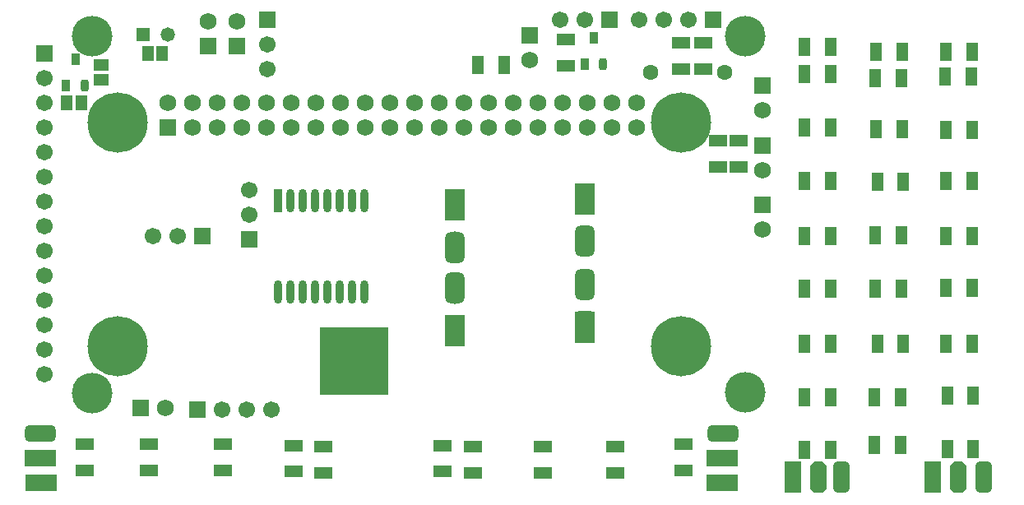
<source format=gbs>
G04 Layer_Color=16711935*
%FSLAX23Y23*%
%MOIN*%
G70*
G01*
G75*
%ADD60R,0.075X0.051*%
%ADD69O,0.032X0.095*%
%ADD70R,0.032X0.095*%
%ADD71R,0.051X0.075*%
%ADD72R,0.051X0.063*%
%ADD73R,0.063X0.051*%
%ADD81C,0.058*%
%ADD82R,0.058X0.058*%
%ADD83C,0.068*%
%ADD84R,0.068X0.068*%
%ADD85R,0.068X0.068*%
%ADD86C,0.063*%
%ADD87R,0.067X0.067*%
%ADD88C,0.067*%
%ADD89R,0.067X0.067*%
%ADD90R,0.058X0.058*%
%ADD91C,0.165*%
%ADD92C,0.244*%
%ADD93C,0.033*%
%ADD94R,0.032X0.047*%
G04:AMPARAMS|DCode=95|XSize=32mil|YSize=47mil|CornerRadius=10mil|HoleSize=0mil|Usage=FLASHONLY|Rotation=180.000|XOffset=0mil|YOffset=0mil|HoleType=Round|Shape=RoundedRectangle|*
%AMROUNDEDRECTD95*
21,1,0.032,0.028,0,0,180.0*
21,1,0.012,0.047,0,0,180.0*
1,1,0.020,-0.006,0.014*
1,1,0.020,0.006,0.014*
1,1,0.020,0.006,-0.014*
1,1,0.020,-0.006,-0.014*
%
%ADD95ROUNDEDRECTD95*%
G04:AMPARAMS|DCode=96|XSize=126mil|YSize=79mil|CornerRadius=22mil|HoleSize=0mil|Usage=FLASHONLY|Rotation=90.000|XOffset=0mil|YOffset=0mil|HoleType=Round|Shape=RoundedRectangle|*
%AMROUNDEDRECTD96*
21,1,0.126,0.035,0,0,90.0*
21,1,0.083,0.079,0,0,90.0*
1,1,0.043,0.018,0.041*
1,1,0.043,0.018,-0.041*
1,1,0.043,-0.018,-0.041*
1,1,0.043,-0.018,0.041*
%
%ADD96ROUNDEDRECTD96*%
%ADD97R,0.079X0.126*%
G04:AMPARAMS|DCode=98|XSize=126mil|YSize=68mil|CornerRadius=19mil|HoleSize=0mil|Usage=FLASHONLY|Rotation=90.000|XOffset=0mil|YOffset=0mil|HoleType=Round|Shape=RoundedRectangle|*
%AMROUNDEDRECTD98*
21,1,0.126,0.030,0,0,90.0*
21,1,0.088,0.068,0,0,90.0*
1,1,0.038,0.015,0.044*
1,1,0.038,0.015,-0.044*
1,1,0.038,-0.015,-0.044*
1,1,0.038,-0.015,0.044*
%
%ADD98ROUNDEDRECTD98*%
G04:AMPARAMS|DCode=99|XSize=126mil|YSize=68mil|CornerRadius=0mil|HoleSize=0mil|Usage=FLASHONLY|Rotation=90.000|XOffset=0mil|YOffset=0mil|HoleType=Round|Shape=Octagon|*
%AMOCTAGOND99*
4,1,8,0.017,0.063,-0.017,0.063,-0.034,0.046,-0.034,-0.046,-0.017,-0.063,0.017,-0.063,0.034,-0.046,0.034,0.046,0.017,0.063,0.0*
%
%ADD99OCTAGOND99*%

%ADD100R,0.068X0.126*%
G04:AMPARAMS|DCode=101|XSize=126mil|YSize=68mil|CornerRadius=19mil|HoleSize=0mil|Usage=FLASHONLY|Rotation=0.000|XOffset=0mil|YOffset=0mil|HoleType=Round|Shape=RoundedRectangle|*
%AMROUNDEDRECTD101*
21,1,0.126,0.030,0,0,0.0*
21,1,0.088,0.068,0,0,0.0*
1,1,0.038,0.044,-0.015*
1,1,0.038,-0.044,-0.015*
1,1,0.038,-0.044,0.015*
1,1,0.038,0.044,0.015*
%
%ADD101ROUNDEDRECTD101*%
%ADD102R,0.126X0.068*%
G36*
X1469Y671D02*
X1470Y671D01*
X1470Y671D01*
X1471Y671D01*
X1471Y671D01*
X1471Y670D01*
X1472Y670D01*
X1472Y669D01*
X1472Y669D01*
X1472Y668D01*
X1472Y668D01*
X1473Y667D01*
Y400D01*
X1472Y399D01*
X1472Y399D01*
X1472Y398D01*
X1472Y398D01*
X1472Y397D01*
X1471Y397D01*
X1471Y396D01*
X1471Y396D01*
X1470Y396D01*
X1470Y396D01*
X1469Y396D01*
X1469Y396D01*
X1201D01*
X1200Y396D01*
X1200Y396D01*
X1199Y396D01*
X1199Y396D01*
X1198Y396D01*
X1198Y397D01*
X1198Y397D01*
X1197Y398D01*
X1197Y398D01*
X1197Y399D01*
X1197Y399D01*
X1197Y400D01*
Y667D01*
X1197Y668D01*
X1197Y668D01*
X1197Y669D01*
X1197Y669D01*
X1198Y670D01*
X1198Y670D01*
X1198Y671D01*
X1199Y671D01*
X1199Y671D01*
X1200Y671D01*
X1200Y671D01*
X1201Y671D01*
X1469D01*
X1469Y671D01*
D02*
G37*
D60*
X2811Y1425D02*
D03*
Y1319D02*
D03*
X2894D02*
D03*
Y1425D02*
D03*
X2661Y1823D02*
D03*
Y1717D02*
D03*
X2748D02*
D03*
Y1823D02*
D03*
X2193Y1835D02*
D03*
Y1728D02*
D03*
X1815Y187D02*
D03*
Y81D02*
D03*
X2098Y187D02*
D03*
Y81D02*
D03*
X2394Y187D02*
D03*
Y81D02*
D03*
X2669Y195D02*
D03*
Y89D02*
D03*
X803Y195D02*
D03*
Y89D02*
D03*
X504Y195D02*
D03*
Y89D02*
D03*
X1091Y191D02*
D03*
Y85D02*
D03*
X244Y195D02*
D03*
Y89D02*
D03*
X1693Y191D02*
D03*
Y85D02*
D03*
X1209Y187D02*
D03*
Y81D02*
D03*
D69*
X1376Y814D02*
D03*
X1326D02*
D03*
X1276D02*
D03*
X1226D02*
D03*
X1176D02*
D03*
X1126D02*
D03*
X1076D02*
D03*
X1026D02*
D03*
X1376Y1182D02*
D03*
X1326D02*
D03*
X1276D02*
D03*
X1226D02*
D03*
X1176D02*
D03*
X1126D02*
D03*
X1076D02*
D03*
D70*
X1026D02*
D03*
D71*
X1943Y1734D02*
D03*
X1837D02*
D03*
X3837Y1685D02*
D03*
X3730D02*
D03*
X3841Y1787D02*
D03*
X3734D02*
D03*
X3841Y1469D02*
D03*
X3734D02*
D03*
X3159Y1697D02*
D03*
X3266D02*
D03*
X3159Y1480D02*
D03*
X3266D02*
D03*
X3447Y1043D02*
D03*
X3553D02*
D03*
X3159Y1039D02*
D03*
X3266D02*
D03*
X3447Y827D02*
D03*
X3553D02*
D03*
X3734Y1039D02*
D03*
X3841D02*
D03*
X3451Y1472D02*
D03*
X3557D02*
D03*
X3455Y1260D02*
D03*
X3561D02*
D03*
X3159Y1264D02*
D03*
X3266D02*
D03*
X3159Y827D02*
D03*
X3266D02*
D03*
X3455Y602D02*
D03*
X3561D02*
D03*
X3443Y386D02*
D03*
X3549D02*
D03*
X3159Y602D02*
D03*
X3266D02*
D03*
X3159Y386D02*
D03*
X3266D02*
D03*
X3443Y193D02*
D03*
X3549D02*
D03*
X3159Y1807D02*
D03*
X3266D02*
D03*
X3734Y1264D02*
D03*
X3841D02*
D03*
X3734Y831D02*
D03*
X3841D02*
D03*
X3734Y602D02*
D03*
X3841D02*
D03*
X3738Y394D02*
D03*
X3844D02*
D03*
X3738Y177D02*
D03*
X3844D02*
D03*
X3451Y1787D02*
D03*
X3557D02*
D03*
X3447Y1681D02*
D03*
X3553D02*
D03*
X3159Y173D02*
D03*
X3266D02*
D03*
D72*
X557Y1778D02*
D03*
X498D02*
D03*
X171Y1581D02*
D03*
X230D02*
D03*
D73*
X311Y1732D02*
D03*
Y1673D02*
D03*
D81*
X578Y1856D02*
D03*
X1744Y1031D02*
D03*
X2268Y1054D02*
D03*
Y808D02*
D03*
X1744Y792D02*
D03*
D82*
X478Y1856D02*
D03*
D83*
X2479Y1578D02*
D03*
Y1478D02*
D03*
X2379Y1578D02*
D03*
Y1478D02*
D03*
X2279Y1578D02*
D03*
Y1478D02*
D03*
X2179Y1578D02*
D03*
Y1478D02*
D03*
X2079Y1578D02*
D03*
Y1478D02*
D03*
X1979Y1578D02*
D03*
Y1478D02*
D03*
X1879Y1578D02*
D03*
Y1478D02*
D03*
X1779Y1578D02*
D03*
Y1478D02*
D03*
X1679Y1578D02*
D03*
Y1478D02*
D03*
X1579Y1578D02*
D03*
Y1478D02*
D03*
X1479Y1578D02*
D03*
Y1478D02*
D03*
X1379Y1578D02*
D03*
Y1478D02*
D03*
X1279Y1578D02*
D03*
Y1478D02*
D03*
X1179Y1578D02*
D03*
Y1478D02*
D03*
X1079Y1578D02*
D03*
Y1478D02*
D03*
X979Y1578D02*
D03*
Y1478D02*
D03*
X879Y1578D02*
D03*
Y1478D02*
D03*
X779Y1578D02*
D03*
Y1478D02*
D03*
X679Y1578D02*
D03*
Y1478D02*
D03*
X579Y1578D02*
D03*
X568Y342D02*
D03*
X861Y1910D02*
D03*
X2988Y1067D02*
D03*
X2988Y1548D02*
D03*
X743Y1910D02*
D03*
X2988Y1307D02*
D03*
X2047Y1752D02*
D03*
D84*
X579Y1478D02*
D03*
X861Y1810D02*
D03*
X2988Y1167D02*
D03*
X2988Y1648D02*
D03*
X743Y1810D02*
D03*
X2988Y1407D02*
D03*
X2047Y1852D02*
D03*
D85*
X468Y342D02*
D03*
D86*
X2835Y1703D02*
D03*
X2535D02*
D03*
D87*
X720Y1041D02*
D03*
X2370Y1915D02*
D03*
X2791D02*
D03*
X701Y337D02*
D03*
D88*
X620Y1041D02*
D03*
X520D02*
D03*
X909Y1126D02*
D03*
Y1226D02*
D03*
X2270Y1915D02*
D03*
X2170D02*
D03*
X2491D02*
D03*
X2591D02*
D03*
X2691D02*
D03*
X79Y478D02*
D03*
Y578D02*
D03*
Y678D02*
D03*
Y778D02*
D03*
Y878D02*
D03*
Y978D02*
D03*
Y1078D02*
D03*
Y1178D02*
D03*
Y1278D02*
D03*
Y1378D02*
D03*
Y1478D02*
D03*
Y1578D02*
D03*
Y1678D02*
D03*
X984Y1815D02*
D03*
Y1715D02*
D03*
X801Y337D02*
D03*
X901D02*
D03*
X1001D02*
D03*
D89*
X909Y1026D02*
D03*
X79Y1778D02*
D03*
X984Y1915D02*
D03*
D90*
X1744Y1131D02*
D03*
X2268Y1154D02*
D03*
Y708D02*
D03*
X1744Y692D02*
D03*
D91*
X272Y404D02*
D03*
Y1850D02*
D03*
X2921Y406D02*
D03*
X2920Y1850D02*
D03*
D92*
X375Y1500D02*
D03*
Y594D02*
D03*
X2659D02*
D03*
Y1500D02*
D03*
D93*
X1335Y533D02*
D03*
X1303Y565D02*
D03*
X1366D02*
D03*
Y502D02*
D03*
X1303D02*
D03*
D94*
X205Y1756D02*
D03*
X167Y1650D02*
D03*
X2307Y1843D02*
D03*
X2270Y1736D02*
D03*
D95*
X242Y1650D02*
D03*
X2344Y1736D02*
D03*
D96*
X1744Y994D02*
D03*
X2268Y1018D02*
D03*
Y844D02*
D03*
X1744Y829D02*
D03*
D97*
Y1167D02*
D03*
X2268Y1191D02*
D03*
Y671D02*
D03*
X1744Y656D02*
D03*
D98*
X3885Y64D02*
D03*
X3311Y63D02*
D03*
D99*
X3783Y63D02*
D03*
X3216D02*
D03*
D100*
X3680Y64D02*
D03*
X3113D02*
D03*
D101*
X63Y240D02*
D03*
X2829D02*
D03*
D102*
X63Y138D02*
D03*
X67Y39D02*
D03*
X2827Y138D02*
D03*
Y39D02*
D03*
M02*

</source>
